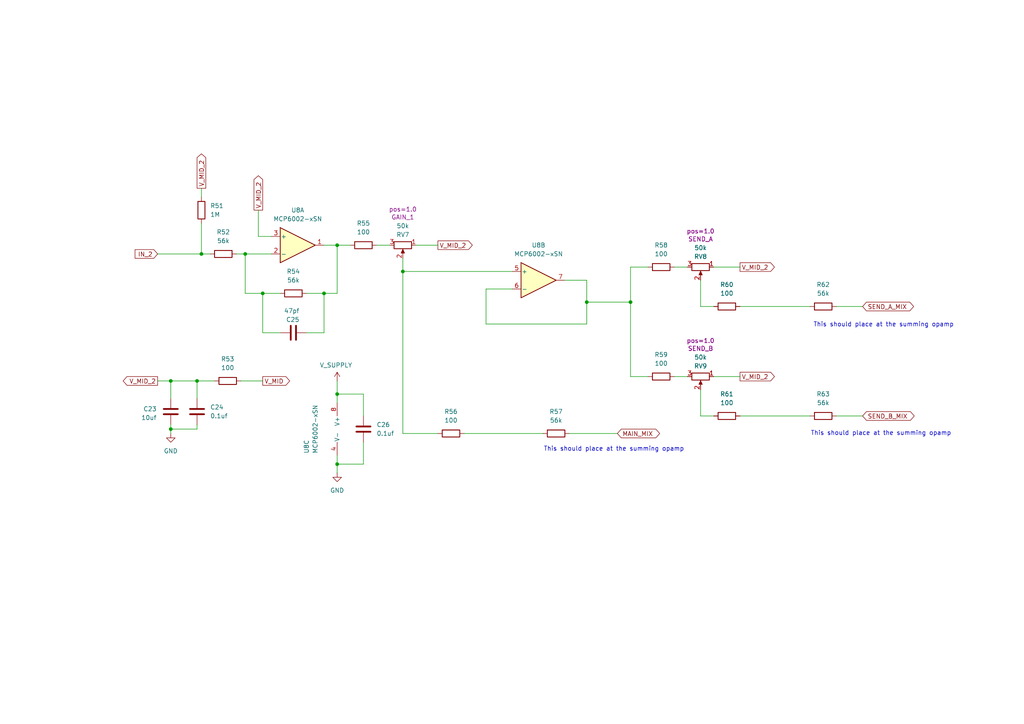
<source format=kicad_sch>
(kicad_sch (version 20250114) (generator "eeschema") (generator_version "9.0")
  (paper "A4")
  (lib_symbols
    (symbol "Amplifier_Operational:MCP6002-xSN" (pin_names (offset 0.127))
      (property "Reference" "U" (at 0 5.08 0))
      (property "Value" "MCP6002-xSN" (at 0 -5.08 0))
      (symbol "MCP6002-xSN_1_1"
        (polyline (pts (xy -5.08 5.08) (xy 5.08 0) (xy -5.08 -5.08) (xy -5.08 5.08)) (stroke (width 0.254)) (fill (type background)))
        (pin input line (at -7.62 2.54 0) (length 2.54) (name "+") (number "3"))
        (pin input line (at -7.62 -2.54 0) (length 2.54) (name "-") (number "2"))
        (pin output line (at 7.62 0 180) (length 2.54) (name "~") (number "1"))
      )
      (symbol "MCP6002-xSN_2_1"
        (polyline (pts (xy -5.08 5.08) (xy 5.08 0) (xy -5.08 -5.08) (xy -5.08 5.08)) (stroke (width 0.254)) (fill (type background)))
        (pin input line (at -7.62 2.54 0) (length 2.54) (name "+") (number "5"))
        (pin input line (at -7.62 -2.54 0) (length 2.54) (name "-") (number "6"))
        (pin output line (at 7.62 0 180) (length 2.54) (name "~") (number "7"))
      )
      (symbol "MCP6002-xSN_3_1"
        (pin power_in line (at -2.54 7.62 270) (length 3.81) (name "V+") (number "8"))
        (pin power_in line (at -2.54 -7.62 90) (length 3.81) (name "V-") (number "4"))
      )
    )
    (symbol "Device:C" (pin_numbers (hide yes)) (pin_names (offset 0.254))
      (property "Reference" "C" (at 0.635 2.54 0))
      (property "Value" "C" (at 0.635 -2.54 0))
      (symbol "C_0_1"
        (polyline (pts (xy -2.032 0.762) (xy 2.032 0.762)) (stroke (width 0.508)))
        (polyline (pts (xy -2.032 -0.762) (xy 2.032 -0.762)) (stroke (width 0.508)))
      )
      (symbol "C_1_1"
        (pin passive line (at 0 3.81 270) (length 2.794) (name "~") (number "1"))
        (pin passive line (at 0 -3.81 90) (length 2.794) (name "~") (number "2"))
      )
    )
    (symbol "Device:R" (pin_numbers (hide yes)) (pin_names (offset 0))
      (property "Reference" "R" (at 2.032 0 90))
      (property "Value" "R" (at 0 0 90))
      (symbol "R_0_1"
        (rectangle (start -1.016 -2.54) (end 1.016 2.54) (stroke (width 0.254)))
      )
      (symbol "R_1_1"
        (pin passive line (at 0 3.81 270) (length 1.27) (name "~") (number "1"))
        (pin passive line (at 0 -3.81 90) (length 1.27) (name "~") (number "2"))
      )
    )
    (symbol "Device:R_Potentiometer" (pin_names (offset 1.016) (hide yes))
      (property "Reference" "RV" (at -4.445 0 90))
      (property "Value" "R_Potentiometer" (at -2.54 0 90))
      (symbol "R_Potentiometer_0_1"
        (rectangle (start 1.016 2.54) (end -1.016 -2.54) (stroke (width 0.254)))
        (polyline (pts (xy 1.143 0) (xy 2.286 0.508) (xy 2.286 -0.508) (xy 1.143 0)) (fill (type outline)))
        (polyline (pts (xy 2.54 0) (xy 1.524 0)))
      )
      (symbol "R_Potentiometer_1_1"
        (pin passive line (at 0 3.81 270) (length 1.27) (name "1") (number "1"))
        (pin passive line (at 0 -3.81 90) (length 1.27) (name "3") (number "3"))
        (pin passive line (at 3.81 0 180) (length 1.27) (name "2") (number "2"))
      )
    )
    (symbol "power:+5V" (power) (pin_numbers (hide yes)) (pin_names (offset 0) (hide yes))
      (property "Value" "+5V" (at 0 3.556 0))
      (symbol "+5V_0_1"
        (polyline (pts (xy -0.762 1.27) (xy 0 2.54)))
        (polyline (pts (xy 0 2.54) (xy 0.762 1.27)))
        (polyline (pts (xy 0 0) (xy 0 2.54)))
      )
      (symbol "+5V_1_1"
        (pin power_in line (at 0 0 90) (length 0) (name "~") (number "1"))
      )
    )
    (symbol "power:GND" (power) (pin_numbers (hide yes)) (pin_names (offset 0) (hide yes))
      (property "Value" "GND" (at 0 -3.81 0))
      (symbol "GND_0_1"
        (polyline (pts (xy 0 0) (xy 0 -1.27) (xy 1.27 -1.27) (xy 0 -2.54) (xy -1.27 -1.27) (xy 0 -1.27)))
      )
      (symbol "GND_1_1"
        (pin power_in line (at 0 0 270) (length 0) (name "~") (number "1"))
      )
    )
  )
  (text "This should place at the summing opamp" (at 255.524 125.73 0) (effects (font (size 1.27 1.27))))
  (text "This should place at the summing opamp" (at 256.286 94.234 0) (effects (font (size 1.27 1.27))))
  (text "This should place at the summing opamp" (at 178.054 130.302 0) (effects (font (size 1.27 1.27))))
  (junction (at 93.98 85.09))
  (junction (at 57.15 110.49))
  (junction (at 97.79 114.3))
  (junction (at 182.88 87.63))
  (junction (at 49.53 124.46))
  (junction (at 97.79 71.12))
  (junction (at 76.2 85.09))
  (junction (at 58.42 73.66))
  (junction (at 170.18 87.63))
  (junction (at 116.84 78.74))
  (junction (at 49.53 110.49))
  (junction (at 71.12 73.66))
  (junction (at 97.79 134.62))
  (wire (pts (xy 105.41 134.62) (xy 97.79 134.62)))
  (wire (pts (xy 207.01 77.47) (xy 214.63 77.47)))
  (wire (pts (xy 120.65 71.12) (xy 127 71.12)))
  (wire (pts (xy 97.79 114.3) (xy 97.79 116.84)))
  (wire (pts (xy 182.88 87.63) (xy 182.88 109.22)))
  (wire (pts (xy 97.79 134.62) (xy 97.79 132.08)))
  (wire (pts (xy 242.57 88.9) (xy 250.19 88.9)))
  (wire (pts (xy 49.53 124.46) (xy 49.53 125.73)))
  (wire (pts (xy 116.84 74.93) (xy 116.84 78.74)))
  (wire (pts (xy 45.72 73.66) (xy 58.42 73.66)))
  (wire (pts (xy 57.15 123.19) (xy 57.15 124.46)))
  (wire (pts (xy 182.88 77.47) (xy 182.88 87.63)))
  (wire (pts (xy 88.9 85.09) (xy 93.98 85.09)))
  (wire (pts (xy 179.07 125.73) (xy 165.1 125.73)))
  (wire (pts (xy 182.88 77.47) (xy 187.96 77.47)))
  (wire (pts (xy 97.79 71.12) (xy 101.6 71.12)))
  (wire (pts (xy 109.22 71.12) (xy 113.03 71.12)))
  (wire (pts (xy 134.62 125.73) (xy 157.48 125.73)))
  (wire (pts (xy 45.72 110.49) (xy 49.53 110.49)))
  (wire (pts (xy 58.42 64.77) (xy 58.42 73.66)))
  (wire (pts (xy 116.84 125.73) (xy 127 125.73)))
  (wire (pts (xy 71.12 73.66) (xy 78.74 73.66)))
  (wire (pts (xy 203.2 88.9) (xy 207.01 88.9)))
  (wire (pts (xy 105.41 120.65) (xy 105.41 114.3)))
  (wire (pts (xy 105.41 128.27) (xy 105.41 134.62)))
  (wire (pts (xy 97.79 71.12) (xy 97.79 85.09)))
  (wire (pts (xy 97.79 110.49) (xy 97.79 114.3)))
  (wire (pts (xy 170.18 81.28) (xy 170.18 87.63)))
  (wire (pts (xy 76.2 85.09) (xy 71.12 85.09)))
  (wire (pts (xy 140.97 83.82) (xy 148.59 83.82)))
  (wire (pts (xy 57.15 124.46) (xy 49.53 124.46)))
  (wire (pts (xy 88.9 96.52) (xy 93.98 96.52)))
  (wire (pts (xy 57.15 110.49) (xy 62.23 110.49)))
  (wire (pts (xy 68.58 73.66) (xy 71.12 73.66)))
  (wire (pts (xy 49.53 123.19) (xy 49.53 124.46)))
  (wire (pts (xy 81.28 85.09) (xy 76.2 85.09)))
  (wire (pts (xy 214.63 88.9) (xy 234.95 88.9)))
  (wire (pts (xy 203.2 120.65) (xy 207.01 120.65)))
  (wire (pts (xy 170.18 93.98) (xy 140.97 93.98)))
  (wire (pts (xy 76.2 96.52) (xy 76.2 85.09)))
  (wire (pts (xy 74.93 68.58) (xy 74.93 60.96)))
  (wire (pts (xy 78.74 68.58) (xy 74.93 68.58)))
  (wire (pts (xy 170.18 87.63) (xy 170.18 93.98)))
  (wire (pts (xy 187.96 109.22) (xy 182.88 109.22)))
  (wire (pts (xy 69.85 110.49) (xy 76.2 110.49)))
  (wire (pts (xy 195.58 77.47) (xy 199.39 77.47)))
  (wire (pts (xy 71.12 73.66) (xy 71.12 85.09)))
  (wire (pts (xy 93.98 71.12) (xy 97.79 71.12)))
  (wire (pts (xy 97.79 137.16) (xy 97.79 134.62)))
  (wire (pts (xy 207.01 109.22) (xy 214.63 109.22)))
  (wire (pts (xy 49.53 110.49) (xy 57.15 110.49)))
  (wire (pts (xy 203.2 113.03) (xy 203.2 120.65)))
  (wire (pts (xy 199.39 109.22) (xy 195.58 109.22)))
  (wire (pts (xy 148.59 78.74) (xy 116.84 78.74)))
  (wire (pts (xy 58.42 54.61) (xy 58.42 57.15)))
  (wire (pts (xy 81.28 96.52) (xy 76.2 96.52)))
  (wire (pts (xy 163.83 81.28) (xy 170.18 81.28)))
  (wire (pts (xy 49.53 115.57) (xy 49.53 110.49)))
  (wire (pts (xy 116.84 78.74) (xy 116.84 125.73)))
  (wire (pts (xy 140.97 93.98) (xy 140.97 83.82)))
  (wire (pts (xy 203.2 81.28) (xy 203.2 88.9)))
  (wire (pts (xy 58.42 73.66) (xy 60.96 73.66)))
  (wire (pts (xy 242.57 120.65) (xy 250.19 120.65)))
  (wire (pts (xy 93.98 85.09) (xy 97.79 85.09)))
  (wire (pts (xy 182.88 87.63) (xy 170.18 87.63)))
  (wire (pts (xy 57.15 110.49) (xy 57.15 115.57)))
  (wire (pts (xy 93.98 96.52) (xy 93.98 85.09)))
  (wire (pts (xy 105.41 114.3) (xy 97.79 114.3)))
  (wire (pts (xy 214.63 120.65) (xy 234.95 120.65)))
  (global_label "SEND_A_MIX" (shape bidirectional) (at 250.19 88.9 0) (property "Intersheetrefs" "${INTERSHEET_REFS}" (effects (hide yes))))
  (global_label "IN_2" (shape input) (at 45.72 73.66 180) (property "Intersheetrefs" "${INTERSHEET_REFS}" (effects (hide yes))))
  (global_label "V_MID_2" (shape output) (at 214.63 77.47 0) (property "Intersheetrefs" "${INTERSHEET_REFS}" (effects (hide yes))))
  (global_label "V_MID_2" (shape output) (at 74.93 60.96 90) (property "Intersheetrefs" "${INTERSHEET_REFS}" (effects (hide yes))))
  (global_label "MAIN_MIX" (shape bidirectional) (at 179.07 125.73 0) (property "Intersheetrefs" "${INTERSHEET_REFS}" (effects (hide yes))))
  (global_label "V_MID" (shape output) (at 76.2 110.49 0) (property "Intersheetrefs" "${INTERSHEET_REFS}" (effects (hide yes))))
  (global_label "V_MID_2" (shape output) (at 58.42 54.61 90) (property "Intersheetrefs" "${INTERSHEET_REFS}" (effects (hide yes))))
  (global_label "SEND_B_MIX" (shape bidirectional) (at 250.19 120.65 0) (property "Intersheetrefs" "${INTERSHEET_REFS}" (effects (hide yes))))
  (global_label "V_MID_2" (shape output) (at 45.72 110.49 180) (property "Intersheetrefs" "${INTERSHEET_REFS}" (effects (hide yes))))
  (global_label "V_MID_2" (shape output) (at 127 71.12 0) (property "Intersheetrefs" "${INTERSHEET_REFS}" (effects (hide yes))))
  (global_label "V_MID_2" (shape output) (at 214.63 109.22 0) (property "Intersheetrefs" "${INTERSHEET_REFS}" (effects (hide yes))))
  (symbol (lib_id "Device:R") (at 130.81 125.73 90) (unit 1)
    (property "Reference" "R56" (at 130.81 119.38 90))
    (property "Value" "100" (at 130.81 121.92 90))
    (property "Footprint" "Resistor_SMD:R_0402_1005Metric" (effects (hide yes)))
    (property "Description" "Resistor" (effects (hide yes)))
  )
  (symbol (lib_id "power:+5V") (at 97.79 110.49 0) (unit 1)
    (property "Reference" "#PWR029" (effects (hide yes)))
    (property "Value" "V_SUPPLY" (at 92.71 105.918 0) (effects (justify left)))
    (property "Description" "Power symbol creates a global label with name \"+5V\"" (effects (hide yes)))
  )
  (symbol (lib_id "Device:R") (at 210.82 88.9 90) (unit 1)
    (property "Reference" "R60" (at 210.82 82.55 90))
    (property "Value" "100" (at 210.82 85.09 90))
    (property "Footprint" "Resistor_SMD:R_0402_1005Metric" (effects (hide yes)))
    (property "Description" "Resistor" (effects (hide yes)))
  )
  (symbol (lib_id "Device:R") (at 238.76 120.65 90) (unit 1)
    (property "Reference" "R63" (at 238.76 114.3 90))
    (property "Value" "56k" (at 238.76 116.84 90))
    (property "Footprint" "Resistor_SMD:R_0402_1005Metric" (effects (hide yes)))
    (property "Description" "Resistor" (effects (hide yes)))
  )
  (symbol (lib_id "Device:R") (at 191.77 77.47 90) (unit 1)
    (property "Reference" "R58" (at 191.77 71.12 90))
    (property "Value" "100" (at 191.77 73.66 90))
    (property "Footprint" "Resistor_SMD:R_0402_1005Metric" (effects (hide yes)))
    (property "Description" "Resistor" (effects (hide yes)))
  )
  (symbol (lib_id "Device:C") (at 105.41 124.46 0) (unit 1)
    (property "Reference" "C26" (at 109.22 123.1899 0) (effects (justify left)))
    (property "Value" "0.1uf" (at 109.22 125.7299 0) (effects (justify left)))
    (property "Footprint" "Capacitor_SMD:C_0402_1005Metric" (effects (hide yes)))
    (property "Description" "Unpolarized capacitor" (effects (hide yes)))
  )
  (symbol (lib_id "Device:R") (at 161.29 125.73 90) (unit 1)
    (property "Reference" "R57" (at 161.29 119.38 90))
    (property "Value" "56k" (at 161.29 121.92 90))
    (property "Footprint" "Resistor_SMD:R_0402_1005Metric" (effects (hide yes)))
    (property "Description" "Resistor" (effects (hide yes)))
  )
  (symbol (lib_id "Amplifier_Operational:MCP6002-xSN") (at 100.33 124.46 0) (unit 3)
    (property "Reference" "U8" (at 88.9 131.572 90) (effects (justify left)))
    (property "Value" "MCP6002-xSN" (at 91.44 131.572 90) (effects (justify left)))
    (property "Footprint" "Package_SO:SOIC-8-1EP_3.9x4.9mm_P1.27mm_EP2.29x3mm" (effects (hide yes)))
    (property "Datasheet" "http://ww1.microchip.com/downloads/en/DeviceDoc/21733j.pdf" (effects (hide yes)))
    (property "Description" "1MHz, Low-Power Op Amp, SOIC-8" (effects (hide yes)))
    (property "Sim.Library" "${KICAD8_SYMBOL_DIR}/Simulation_SPICE.sp" (effects (hide yes)))
    (property "Sim.Name" "kicad_builtin_opamp_dual" (effects (hide yes)))
    (property "Sim.Device" "SUBCKT" (effects (hide yes)))
    (property "Sim.Pins" "1=out1 2=in1- 3=in1+ 4=vee 5=in2+ 6=in2- 7=out2 8=vcc" (effects (hide yes)))
  )
  (symbol (lib_id "Device:C") (at 85.09 96.52 90) (mirror x) (unit 1)
    (property "Reference" "C25" (at 86.868 92.71 90) (effects (justify left)))
    (property "Value" "47pf" (at 86.868 90.17 90) (effects (justify left)))
    (property "Footprint" "Capacitor_SMD:C_0402_1005Metric" (effects (hide yes)))
    (property "Description" "Unpolarized capacitor" (effects (hide yes)))
  )
  (symbol (lib_id "power:GND") (at 49.53 125.73 0) (unit 1)
    (property "Reference" "#PWR028" (effects (hide yes)))
    (property "Value" "GND" (at 49.53 130.81 0))
    (property "Description" "Power symbol creates a global label with name \"GND\" , ground" (effects (hide yes)))
  )
  (symbol (lib_id "Device:R") (at 64.77 73.66 90) (unit 1)
    (property "Reference" "R52" (at 64.77 67.31 90))
    (property "Value" "56k" (at 64.77 69.85 90))
    (property "Footprint" "Resistor_SMD:R_0402_1005Metric" (effects (hide yes)))
    (property "Description" "Resistor" (effects (hide yes)))
  )
  (symbol (lib_id "Device:R") (at 210.82 120.65 90) (unit 1)
    (property "Reference" "R61" (at 210.82 114.3 90))
    (property "Value" "100" (at 210.82 116.84 90))
    (property "Footprint" "Resistor_SMD:R_0402_1005Metric" (effects (hide yes)))
    (property "Description" "Resistor" (effects (hide yes)))
  )
  (symbol (lib_id "Device:R") (at 105.41 71.12 90) (unit 1)
    (property "Reference" "R55" (at 105.41 64.77 90))
    (property "Value" "100" (at 105.41 67.31 90))
    (property "Footprint" "Resistor_SMD:R_0402_1005Metric" (effects (hide yes)))
    (property "Description" "Resistor" (effects (hide yes)))
  )
  (symbol (lib_id "Device:R_Potentiometer") (at 116.84 71.12 270) (unit 1)
    (property "Reference" "RV7" (at 116.84 68.072 90))
    (property "Value" "50k" (at 116.84 65.532 90))
    (property "Footprint" "BreadModular_Pots:Potentiometer_RV09" (effects (hide yes)))
    (property "Description" "Potentiometer" (effects (hide yes)))
    (property "Sim.Device" "R" (effects (hide yes)))
    (property "Sim.Type" "POT" (effects (hide yes)))
    (property "Sim.Pins" "1=r0 2=wiper 3=r1" (effects (hide yes)))
    (property "Sim.Params" "pos=1.0" (at 116.84 60.706 90))
    (property "Comment" "GAIN_1" (at 116.84 62.992 90))
  )
  (symbol (lib_id "power:GND") (at 97.79 137.16 0) (unit 1)
    (property "Reference" "#PWR030" (effects (hide yes)))
    (property "Value" "GND" (at 97.79 142.24 0))
    (property "Description" "Power symbol creates a global label with name \"GND\" , ground" (effects (hide yes)))
  )
  (symbol (lib_id "Device:R") (at 58.42 60.96 0) (unit 1)
    (property "Reference" "R51" (at 60.96 59.6899 0) (effects (justify left)))
    (property "Value" "1M" (at 60.96 62.2299 0) (effects (justify left)))
    (property "Footprint" "Resistor_SMD:R_0402_1005Metric" (effects (hide yes)))
    (property "Description" "Resistor" (effects (hide yes)))
  )
  (symbol (lib_id "Device:R") (at 66.04 110.49 90) (unit 1)
    (property "Reference" "R53" (at 66.04 104.14 90))
    (property "Value" "100" (at 66.04 106.68 90))
    (property "Footprint" "Resistor_SMD:R_0402_1005Metric" (effects (hide yes)))
    (property "Description" "Resistor" (effects (hide yes)))
  )
  (symbol (lib_id "Amplifier_Operational:MCP6002-xSN") (at 86.36 71.12 0) (unit 1)
    (property "Reference" "U8" (at 86.36 60.96 0))
    (property "Value" "MCP6002-xSN" (at 86.36 63.5 0))
    (property "Footprint" "Package_SO:SOIC-8-1EP_3.9x4.9mm_P1.27mm_EP2.29x3mm" (effects (hide yes)))
    (property "Datasheet" "http://ww1.microchip.com/downloads/en/DeviceDoc/21733j.pdf" (effects (hide yes)))
    (property "Description" "1MHz, Low-Power Op Amp, SOIC-8" (effects (hide yes)))
    (property "Sim.Library" "${KICAD8_SYMBOL_DIR}/Simulation_SPICE.sp" (effects (hide yes)))
    (property "Sim.Name" "kicad_builtin_opamp_dual" (effects (hide yes)))
    (property "Sim.Device" "SUBCKT" (effects (hide yes)))
    (property "Sim.Pins" "1=out1 2=in1- 3=in1+ 4=vee 5=in2+ 6=in2- 7=out2 8=vcc" (effects (hide yes)))
  )
  (symbol (lib_id "Amplifier_Operational:MCP6002-xSN") (at 156.21 81.28 0) (unit 2)
    (property "Reference" "U8" (at 156.21 71.12 0))
    (property "Value" "MCP6002-xSN" (at 156.21 73.66 0))
    (property "Footprint" "Package_SO:SOIC-8-1EP_3.9x4.9mm_P1.27mm_EP2.29x3mm" (effects (hide yes)))
    (property "Datasheet" "http://ww1.microchip.com/downloads/en/DeviceDoc/21733j.pdf" (effects (hide yes)))
    (property "Description" "1MHz, Low-Power Op Amp, SOIC-8" (effects (hide yes)))
    (property "Sim.Library" "${KICAD8_SYMBOL_DIR}/Simulation_SPICE.sp" (effects (hide yes)))
    (property "Sim.Name" "kicad_builtin_opamp_dual" (effects (hide yes)))
    (property "Sim.Device" "SUBCKT" (effects (hide yes)))
    (property "Sim.Pins" "1=out1 2=in1- 3=in1+ 4=vee 5=in2+ 6=in2- 7=out2 8=vcc" (effects (hide yes)))
  )
  (symbol (lib_id "Device:R") (at 85.09 85.09 90) (unit 1)
    (property "Reference" "R54" (at 85.09 78.74 90))
    (property "Value" "56k" (at 85.09 81.28 90))
    (property "Footprint" "Resistor_SMD:R_0402_1005Metric" (effects (hide yes)))
    (property "Description" "Resistor" (effects (hide yes)))
  )
  (symbol (lib_id "Device:R_Potentiometer") (at 203.2 109.22 270) (unit 1)
    (property "Reference" "RV9" (at 203.2 106.172 90))
    (property "Value" "50k" (at 203.2 103.632 90))
    (property "Footprint" "BreadModular_Pots:Potentiometer_RV09" (effects (hide yes)))
    (property "Description" "Potentiometer" (effects (hide yes)))
    (property "Sim.Device" "R" (effects (hide yes)))
    (property "Sim.Type" "POT" (effects (hide yes)))
    (property "Sim.Pins" "1=r0 2=wiper 3=r1" (effects (hide yes)))
    (property "Sim.Params" "pos=1.0" (at 203.2 98.806 90))
    (property "Comment" "SEND_B" (at 203.2 101.092 90))
  )
  (symbol (lib_id "Device:R_Potentiometer") (at 203.2 77.47 270) (unit 1)
    (property "Reference" "RV8" (at 203.2 74.422 90))
    (property "Value" "50k" (at 203.2 71.882 90))
    (property "Footprint" "BreadModular_Pots:Potentiometer_RV09" (effects (hide yes)))
    (property "Description" "Potentiometer" (effects (hide yes)))
    (property "Sim.Device" "R" (effects (hide yes)))
    (property "Sim.Type" "POT" (effects (hide yes)))
    (property "Sim.Pins" "1=r0 2=wiper 3=r1" (effects (hide yes)))
    (property "Sim.Params" "pos=1.0" (at 203.2 67.056 90))
    (property "Comment" "SEND_A" (at 203.2 69.342 90))
  )
  (symbol (lib_id "Device:C") (at 49.53 119.38 0) (mirror y) (unit 1)
    (property "Reference" "C23" (at 45.466 118.618 0) (effects (justify left)))
    (property "Value" "10uf" (at 45.466 121.158 0) (effects (justify left)))
    (property "Footprint" "Capacitor_SMD:C_0402_1005Metric" (effects (hide yes)))
    (property "Description" "Unpolarized capacitor" (effects (hide yes)))
  )
  (symbol (lib_id "Device:R") (at 191.77 109.22 90) (unit 1)
    (property "Reference" "R59" (at 191.77 102.87 90))
    (property "Value" "100" (at 191.77 105.41 90))
    (property "Footprint" "Resistor_SMD:R_0402_1005Metric" (effects (hide yes)))
    (property "Description" "Resistor" (effects (hide yes)))
  )
  (symbol (lib_id "Device:R") (at 238.76 88.9 90) (unit 1)
    (property "Reference" "R62" (at 238.76 82.55 90))
    (property "Value" "56k" (at 238.76 85.09 90))
    (property "Footprint" "Resistor_SMD:R_0402_1005Metric" (effects (hide yes)))
    (property "Description" "Resistor" (effects (hide yes)))
  )
  (symbol (lib_id "Device:C") (at 57.15 119.38 0) (unit 1)
    (property "Reference" "C24" (at 60.96 118.1099 0) (effects (justify left)))
    (property "Value" "0.1uf" (at 60.96 120.6499 0) (effects (justify left)))
    (property "Footprint" "Capacitor_SMD:C_0402_1005Metric" (effects (hide yes)))
    (property "Description" "Unpolarized capacitor" (effects (hide yes)))
  )
)
</source>
